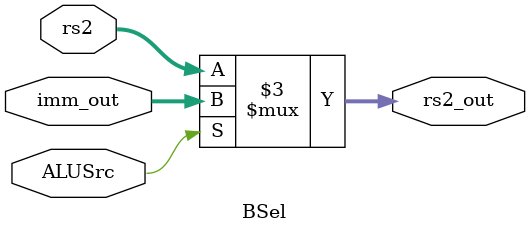
<source format=sv>
`timescale 1ns / 1ps

module BSel #(
    parameter w = 32
)(
    input  logic [w-1:0] rs2,
    input  logic [w-1:0] imm_out,
    input  logic         ALUSrc,      // <?? NEW clean control signal
    output logic [w-1:0] rs2_out
);

always_comb begin
    if (ALUSrc)
        rs2_out = imm_out;  // Immediate goes to ALU B-input
    else
        rs2_out = rs2;      // Register rs2 goes to ALU B-input
end

endmodule


</source>
